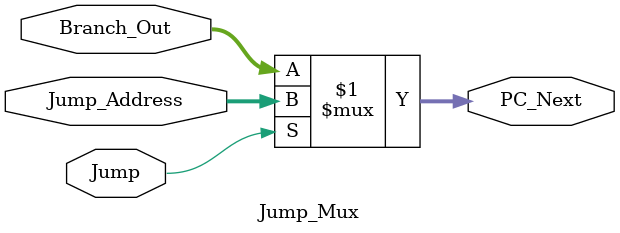
<source format=v>
module Jump_Mux(
    input [31:0] Jump_Address,
    input [31:0] Branch_Out,
    input Jump,
    output [31:0] PC_Next 
);

assign PC_Next = (Jump)? Jump_Address : Branch_Out;
endmodule
</source>
